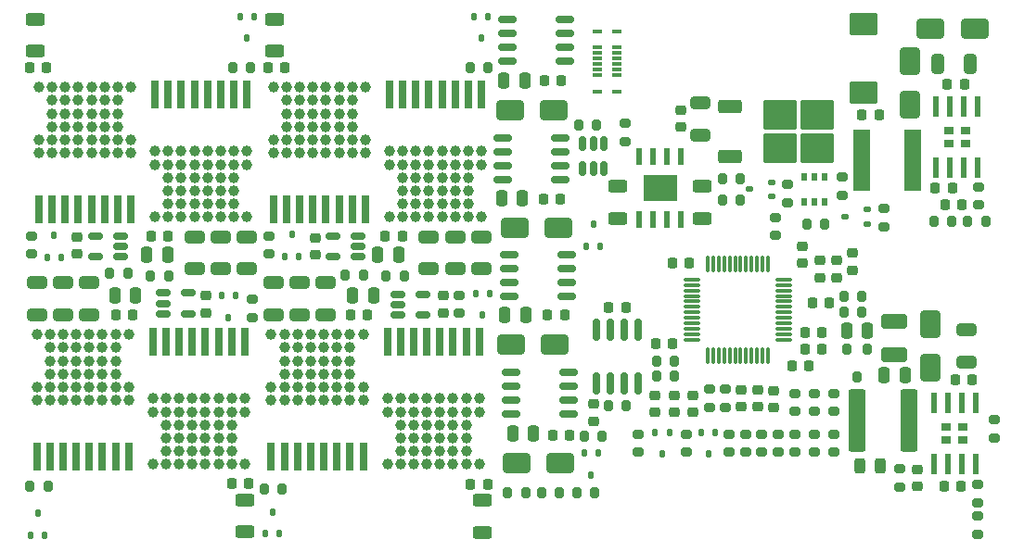
<source format=gtp>
%TF.GenerationSoftware,KiCad,Pcbnew,9.0.2*%
%TF.CreationDate,2025-07-16T05:03:17+03:00*%
%TF.ProjectId,dcesc-ga25,64636573-632d-4676-9132-352e6b696361,rev?*%
%TF.SameCoordinates,Original*%
%TF.FileFunction,Paste,Top*%
%TF.FilePolarity,Positive*%
%FSLAX45Y45*%
G04 Gerber Fmt 4.5, Leading zero omitted, Abs format (unit mm)*
G04 Created by KiCad (PCBNEW 9.0.2) date 2025-07-16 05:03:17*
%MOMM*%
%LPD*%
G01*
G04 APERTURE LIST*
G04 Aperture macros list*
%AMRoundRect*
0 Rectangle with rounded corners*
0 $1 Rounding radius*
0 $2 $3 $4 $5 $6 $7 $8 $9 X,Y pos of 4 corners*
0 Add a 4 corners polygon primitive as box body*
4,1,4,$2,$3,$4,$5,$6,$7,$8,$9,$2,$3,0*
0 Add four circle primitives for the rounded corners*
1,1,$1+$1,$2,$3*
1,1,$1+$1,$4,$5*
1,1,$1+$1,$6,$7*
1,1,$1+$1,$8,$9*
0 Add four rect primitives between the rounded corners*
20,1,$1+$1,$2,$3,$4,$5,0*
20,1,$1+$1,$4,$5,$6,$7,0*
20,1,$1+$1,$6,$7,$8,$9,0*
20,1,$1+$1,$8,$9,$2,$3,0*%
G04 Aperture macros list end*
%ADD10RoundRect,0.112500X0.237500X-0.112500X0.237500X0.112500X-0.237500X0.112500X-0.237500X-0.112500X0*%
%ADD11RoundRect,0.250000X-0.325000X-0.650000X0.325000X-0.650000X0.325000X0.650000X-0.325000X0.650000X0*%
%ADD12RoundRect,0.200000X0.275000X-0.200000X0.275000X0.200000X-0.275000X0.200000X-0.275000X-0.200000X0*%
%ADD13RoundRect,0.250000X0.250000X0.475000X-0.250000X0.475000X-0.250000X-0.475000X0.250000X-0.475000X0*%
%ADD14RoundRect,0.150000X0.675000X0.150000X-0.675000X0.150000X-0.675000X-0.150000X0.675000X-0.150000X0*%
%ADD15RoundRect,0.112500X-0.112500X-0.237500X0.112500X-0.237500X0.112500X0.237500X-0.112500X0.237500X0*%
%ADD16RoundRect,0.200000X0.200000X0.275000X-0.200000X0.275000X-0.200000X-0.275000X0.200000X-0.275000X0*%
%ADD17RoundRect,0.150000X-0.512500X-0.150000X0.512500X-0.150000X0.512500X0.150000X-0.512500X0.150000X0*%
%ADD18RoundRect,0.225000X0.250000X-0.225000X0.250000X0.225000X-0.250000X0.225000X-0.250000X-0.225000X0*%
%ADD19RoundRect,0.200000X-0.275000X0.200000X-0.275000X-0.200000X0.275000X-0.200000X0.275000X0.200000X0*%
%ADD20RoundRect,0.200000X-0.200000X-0.275000X0.200000X-0.275000X0.200000X0.275000X-0.200000X0.275000X0*%
%ADD21RoundRect,0.150000X-0.150000X0.512500X-0.150000X-0.512500X0.150000X-0.512500X0.150000X0.512500X0*%
%ADD22RoundRect,0.250000X0.650000X-1.000000X0.650000X1.000000X-0.650000X1.000000X-0.650000X-1.000000X0*%
%ADD23RoundRect,0.150000X-0.150000X0.825000X-0.150000X-0.825000X0.150000X-0.825000X0.150000X0.825000X0*%
%ADD24RoundRect,0.250000X-1.000000X-0.650000X1.000000X-0.650000X1.000000X0.650000X-1.000000X0.650000X0*%
%ADD25R,0.510000X0.700000*%
%ADD26RoundRect,0.250000X-0.250000X-0.475000X0.250000X-0.475000X0.250000X0.475000X-0.250000X0.475000X0*%
%ADD27RoundRect,0.250000X0.625000X-0.312500X0.625000X0.312500X-0.625000X0.312500X-0.625000X-0.312500X0*%
%ADD28RoundRect,0.225000X-0.250000X0.225000X-0.250000X-0.225000X0.250000X-0.225000X0.250000X0.225000X0*%
%ADD29RoundRect,0.225000X0.225000X0.250000X-0.225000X0.250000X-0.225000X-0.250000X0.225000X-0.250000X0*%
%ADD30RoundRect,0.250000X1.000000X0.650000X-1.000000X0.650000X-1.000000X-0.650000X1.000000X-0.650000X0*%
%ADD31R,0.610000X1.910000*%
%ADD32R,0.930000X0.723000*%
%ADD33RoundRect,0.225000X-0.225000X-0.250000X0.225000X-0.250000X0.225000X0.250000X-0.225000X0.250000X0*%
%ADD34RoundRect,0.250000X-0.650000X0.325000X-0.650000X-0.325000X0.650000X-0.325000X0.650000X0.325000X0*%
%ADD35RoundRect,0.250000X0.550000X2.600000X-0.550000X2.600000X-0.550000X-2.600000X0.550000X-2.600000X0*%
%ADD36RoundRect,0.150000X0.512500X0.150000X-0.512500X0.150000X-0.512500X-0.150000X0.512500X-0.150000X0*%
%ADD37R,0.700000X2.600000*%
%ADD38C,1.000000*%
%ADD39RoundRect,0.250000X0.650000X-0.325000X0.650000X0.325000X-0.650000X0.325000X-0.650000X-0.325000X0*%
%ADD40RoundRect,0.250000X1.045000X-0.785000X1.045000X0.785000X-1.045000X0.785000X-1.045000X-0.785000X0*%
%ADD41RoundRect,0.112500X0.112500X0.237500X-0.112500X0.237500X-0.112500X-0.237500X0.112500X-0.237500X0*%
%ADD42RoundRect,0.250000X-0.625000X0.312500X-0.625000X-0.312500X0.625000X-0.312500X0.625000X0.312500X0*%
%ADD43RoundRect,0.218750X0.256250X-0.218750X0.256250X0.218750X-0.256250X0.218750X-0.256250X-0.218750X0*%
%ADD44R,3.100000X2.400000*%
%ADD45R,0.500000X1.600000*%
%ADD46RoundRect,0.250000X0.945000X-0.420000X0.945000X0.420000X-0.945000X0.420000X-0.945000X-0.420000X0*%
%ADD47R,0.870000X0.300000*%
%ADD48RoundRect,0.243750X-0.243750X-0.456250X0.243750X-0.456250X0.243750X0.456250X-0.243750X0.456250X0*%
%ADD49RoundRect,0.250000X-1.275000X-1.125000X1.275000X-1.125000X1.275000X1.125000X-1.275000X1.125000X0*%
%ADD50RoundRect,0.250000X-0.850000X-0.350000X0.850000X-0.350000X0.850000X0.350000X-0.850000X0.350000X0*%
%ADD51RoundRect,0.075000X0.075000X-0.662500X0.075000X0.662500X-0.075000X0.662500X-0.075000X-0.662500X0*%
%ADD52RoundRect,0.075000X0.662500X-0.075000X0.662500X0.075000X-0.662500X0.075000X-0.662500X-0.075000X0*%
%ADD53RoundRect,0.200000X0.200000X0.300000X-0.200000X0.300000X-0.200000X-0.300000X0.200000X-0.300000X0*%
%ADD54R,1.600000X5.700000*%
G04 APERTURE END LIST*
D10*
%TO.C,T9*%
X17780000Y-7025000D03*
X17780000Y-6895000D03*
X17580000Y-6960000D03*
%TD*%
D11*
%TO.C,C1*%
X18422500Y-5560000D03*
X18717500Y-5560000D03*
%TD*%
D12*
%TO.C,R30*%
X17480000Y-9112500D03*
X17480000Y-8947500D03*
%TD*%
D13*
%TO.C,C51*%
X11395000Y-7310000D03*
X11205000Y-7310000D03*
%TD*%
D14*
%TO.C,U12*%
X15025000Y-5540500D03*
X15025000Y-5413500D03*
X15025000Y-5286500D03*
X15025000Y-5159500D03*
X14500000Y-5159500D03*
X14500000Y-5286500D03*
X14500000Y-5413500D03*
X14500000Y-5540500D03*
%TD*%
D15*
%TO.C,D9*%
X12285000Y-9860000D03*
X12415000Y-9860000D03*
X12350000Y-9660000D03*
%TD*%
D16*
%TO.C,R43*%
X10302500Y-9420000D03*
X10137500Y-9420000D03*
%TD*%
D12*
%TO.C,R31*%
X17300000Y-9112500D03*
X17300000Y-8947500D03*
%TD*%
D17*
%TO.C,U6*%
X13501250Y-7670000D03*
X13501250Y-7765000D03*
X13501250Y-7860000D03*
X13728750Y-7860000D03*
X13728750Y-7670000D03*
%TD*%
D18*
%TO.C,C25*%
X17500000Y-7517500D03*
X17500000Y-7362500D03*
%TD*%
D19*
%TO.C,R2*%
X18800000Y-6687500D03*
X18800000Y-6852500D03*
%TD*%
D20*
%TO.C,R13*%
X17227500Y-7030000D03*
X17392500Y-7030000D03*
%TD*%
D21*
%TO.C,U15*%
X15375000Y-6290000D03*
X15280000Y-6290000D03*
X15185000Y-6290000D03*
X15185000Y-6517500D03*
X15280000Y-6517500D03*
X15375000Y-6517500D03*
%TD*%
D22*
%TO.C,D2*%
X18170000Y-5940000D03*
X18170000Y-5540000D03*
%TD*%
D23*
%TO.C,U14*%
X15690500Y-7992500D03*
X15563500Y-7992500D03*
X15436500Y-7992500D03*
X15309500Y-7992500D03*
X15309500Y-8487500D03*
X15436500Y-8487500D03*
X15563500Y-8487500D03*
X15690500Y-8487500D03*
%TD*%
D24*
%TO.C,D17*%
X14560000Y-7060000D03*
X14960000Y-7060000D03*
%TD*%
D15*
%TO.C,D14*%
X12465000Y-7322500D03*
X12595000Y-7322500D03*
X12530000Y-7122500D03*
%TD*%
D16*
%TO.C,R19*%
X14972500Y-9480000D03*
X14807500Y-9480000D03*
%TD*%
D25*
%TO.C,T11*%
X17205000Y-6826000D03*
X17300000Y-6826000D03*
X17395000Y-6826000D03*
X17395000Y-6594000D03*
X17300000Y-6594000D03*
X17205000Y-6594000D03*
%TD*%
D26*
%TO.C,C50*%
X13085000Y-7680000D03*
X13275000Y-7680000D03*
%TD*%
D27*
%TO.C,R54*%
X12370000Y-5446250D03*
X12370000Y-5153750D03*
%TD*%
D12*
%TO.C,R56*%
X15570000Y-6272500D03*
X15570000Y-6107500D03*
%TD*%
D18*
%TO.C,C15*%
X16080000Y-6140000D03*
X16080000Y-5985000D03*
%TD*%
D28*
%TO.C,C44*%
X16780000Y-8542500D03*
X16780000Y-8697500D03*
%TD*%
D12*
%TO.C,R12*%
X17930000Y-7052500D03*
X17930000Y-6887500D03*
%TD*%
D29*
%TO.C,C21*%
X16157500Y-7380000D03*
X16002500Y-7380000D03*
%TD*%
D30*
%TO.C,D1*%
X18760000Y-5240000D03*
X18360000Y-5240000D03*
%TD*%
D31*
%TO.C,U2*%
X18389500Y-9218000D03*
X18516500Y-9218000D03*
X18643500Y-9218000D03*
X18770500Y-9218000D03*
X18770500Y-8662000D03*
X18643500Y-8662000D03*
X18516500Y-8662000D03*
X18389500Y-8662000D03*
D32*
X18502500Y-9000250D03*
X18657500Y-9000250D03*
X18502500Y-8879750D03*
X18657500Y-8879750D03*
%TD*%
D26*
%TO.C,C13*%
X17595000Y-8000000D03*
X17785000Y-8000000D03*
%TD*%
D29*
%TO.C,C5*%
X18557500Y-6700000D03*
X18402500Y-6700000D03*
%TD*%
D33*
%TO.C,C4*%
X18582500Y-8450250D03*
X18737500Y-8450250D03*
%TD*%
D34*
%TO.C,C62*%
X14260000Y-7142500D03*
X14260000Y-7437500D03*
%TD*%
D16*
%TO.C,R45*%
X12442500Y-9450000D03*
X12277500Y-9450000D03*
%TD*%
D13*
%TO.C,C52*%
X13505000Y-7310000D03*
X13315000Y-7310000D03*
%TD*%
D35*
%TO.C,L2*%
X18160000Y-8820000D03*
X17690000Y-8820000D03*
%TD*%
D27*
%TO.C,R53*%
X10190000Y-5446250D03*
X10190000Y-5153750D03*
%TD*%
D20*
%TO.C,R1*%
X18387500Y-7000000D03*
X18552500Y-7000000D03*
%TD*%
%TO.C,R9*%
X16457500Y-6810000D03*
X16622500Y-6810000D03*
%TD*%
D31*
%TO.C,U1*%
X18409500Y-6508000D03*
X18536500Y-6508000D03*
X18663500Y-6508000D03*
X18790500Y-6508000D03*
X18790500Y-5952000D03*
X18663500Y-5952000D03*
X18536500Y-5952000D03*
X18409500Y-5952000D03*
D32*
X18522500Y-6290250D03*
X18677500Y-6290250D03*
X18522500Y-6169750D03*
X18677500Y-6169750D03*
%TD*%
D36*
%TO.C,U7*%
X10967500Y-7325000D03*
X10967500Y-7230000D03*
X10967500Y-7135000D03*
X10740000Y-7135000D03*
X10740000Y-7325000D03*
%TD*%
D10*
%TO.C,T10*%
X16910000Y-6775000D03*
X16910000Y-6645000D03*
X16710000Y-6710000D03*
%TD*%
D37*
%TO.C,T7*%
X14260000Y-5845000D03*
X14140000Y-5845000D03*
X14020000Y-5845000D03*
X13900000Y-5845000D03*
X13780000Y-5845000D03*
X13660000Y-5845000D03*
X13540000Y-5845000D03*
X13420000Y-5845000D03*
D38*
X14260000Y-6363000D03*
X14140000Y-6363000D03*
X14020000Y-6363000D03*
X13900000Y-6363000D03*
X13780000Y-6363000D03*
X13660000Y-6363000D03*
X13540000Y-6363000D03*
X13420000Y-6363000D03*
X14260000Y-6483000D03*
X14140000Y-6483000D03*
X14020000Y-6483000D03*
X13900000Y-6483000D03*
X13780000Y-6483000D03*
X13660000Y-6483000D03*
X13540000Y-6483000D03*
X13420000Y-6483000D03*
X14140000Y-6603000D03*
X14020000Y-6603000D03*
X13900000Y-6603000D03*
X13780000Y-6603000D03*
X13660000Y-6603000D03*
X13540000Y-6603000D03*
X14140000Y-6723000D03*
X14020000Y-6723000D03*
X13900000Y-6723000D03*
X13780000Y-6723000D03*
X13660000Y-6723000D03*
X13540000Y-6723000D03*
X14140000Y-6843000D03*
X14020000Y-6843000D03*
X13900000Y-6843000D03*
X13780000Y-6843000D03*
X13660000Y-6843000D03*
X13540000Y-6843000D03*
X14260000Y-6963000D03*
X14140000Y-6963000D03*
X14020000Y-6963000D03*
X13900000Y-6963000D03*
X13780000Y-6963000D03*
X13660000Y-6963000D03*
X13540000Y-6963000D03*
X13420000Y-6963000D03*
%TD*%
D33*
%TO.C,C42*%
X17092500Y-8320000D03*
X17247500Y-8320000D03*
%TD*%
D26*
%TO.C,C46*%
X14545000Y-8940000D03*
X14735000Y-8940000D03*
%TD*%
D20*
%TO.C,R42*%
X15857500Y-8280000D03*
X16022500Y-8280000D03*
%TD*%
D39*
%TO.C,C55*%
X10680000Y-7857500D03*
X10680000Y-7562500D03*
%TD*%
D37*
%TO.C,T3*%
X12340000Y-9155000D03*
X12460000Y-9155000D03*
X12580000Y-9155000D03*
X12700000Y-9155000D03*
X12820000Y-9155000D03*
X12940000Y-9155000D03*
X13060000Y-9155000D03*
X13180000Y-9155000D03*
D38*
X12340000Y-8637000D03*
X12460000Y-8637000D03*
X12580000Y-8637000D03*
X12700000Y-8637000D03*
X12820000Y-8637000D03*
X12940000Y-8637000D03*
X13060000Y-8637000D03*
X13180000Y-8637000D03*
X12340000Y-8517000D03*
X12460000Y-8517000D03*
X12580000Y-8517000D03*
X12700000Y-8517000D03*
X12820000Y-8517000D03*
X12940000Y-8517000D03*
X13060000Y-8517000D03*
X13180000Y-8517000D03*
X12460000Y-8397000D03*
X12580000Y-8397000D03*
X12700000Y-8397000D03*
X12820000Y-8397000D03*
X12940000Y-8397000D03*
X13060000Y-8397000D03*
X12460000Y-8277000D03*
X12580000Y-8277000D03*
X12700000Y-8277000D03*
X12820000Y-8277000D03*
X12940000Y-8277000D03*
X13060000Y-8277000D03*
X12460000Y-8157000D03*
X12580000Y-8157000D03*
X12700000Y-8157000D03*
X12820000Y-8157000D03*
X12940000Y-8157000D03*
X13060000Y-8157000D03*
X12340000Y-8037000D03*
X12460000Y-8037000D03*
X12580000Y-8037000D03*
X12700000Y-8037000D03*
X12820000Y-8037000D03*
X12940000Y-8037000D03*
X13060000Y-8037000D03*
X13180000Y-8037000D03*
%TD*%
D16*
%TO.C,R38*%
X13552500Y-7505000D03*
X13387500Y-7505000D03*
%TD*%
D15*
%TO.C,D12*%
X10295000Y-7330000D03*
X10425000Y-7330000D03*
X10360000Y-7130000D03*
%TD*%
D29*
%TO.C,C29*%
X15062500Y-8960000D03*
X14907500Y-8960000D03*
%TD*%
D18*
%TO.C,C35*%
X10570000Y-7297500D03*
X10570000Y-7142500D03*
%TD*%
D19*
%TO.C,R11*%
X17550000Y-6597500D03*
X17550000Y-6762500D03*
%TD*%
D39*
%TO.C,C57*%
X12600000Y-7857500D03*
X12600000Y-7562500D03*
%TD*%
D12*
%TO.C,R44*%
X12170000Y-7882500D03*
X12170000Y-7717500D03*
%TD*%
D16*
%TO.C,R41*%
X16022500Y-8420000D03*
X15857500Y-8420000D03*
%TD*%
D40*
%TO.C,C9*%
X17750000Y-5827000D03*
X17750000Y-5203000D03*
%TD*%
D33*
%TO.C,C37*%
X10922500Y-7860000D03*
X11077500Y-7860000D03*
%TD*%
D41*
%TO.C,D11*%
X12185000Y-5130000D03*
X12055000Y-5130000D03*
X12120000Y-5330000D03*
%TD*%
D22*
%TO.C,D3*%
X18360000Y-8340000D03*
X18360000Y-7940000D03*
%TD*%
D14*
%TO.C,U10*%
X15052500Y-8760500D03*
X15052500Y-8633500D03*
X15052500Y-8506500D03*
X15052500Y-8379500D03*
X14527500Y-8379500D03*
X14527500Y-8506500D03*
X14527500Y-8633500D03*
X14527500Y-8760500D03*
%TD*%
D12*
%TO.C,R27*%
X17480000Y-8742500D03*
X17480000Y-8577500D03*
%TD*%
D37*
%TO.C,T8*%
X12360000Y-6895000D03*
X12480000Y-6895000D03*
X12600000Y-6895000D03*
X12720000Y-6895000D03*
X12840000Y-6895000D03*
X12960000Y-6895000D03*
X13080000Y-6895000D03*
X13200000Y-6895000D03*
D38*
X12360000Y-6377000D03*
X12480000Y-6377000D03*
X12600000Y-6377000D03*
X12720000Y-6377000D03*
X12840000Y-6377000D03*
X12960000Y-6377000D03*
X13080000Y-6377000D03*
X13200000Y-6377000D03*
X12360000Y-6257000D03*
X12480000Y-6257000D03*
X12600000Y-6257000D03*
X12720000Y-6257000D03*
X12840000Y-6257000D03*
X12960000Y-6257000D03*
X13080000Y-6257000D03*
X13200000Y-6257000D03*
X12480000Y-6137000D03*
X12600000Y-6137000D03*
X12720000Y-6137000D03*
X12840000Y-6137000D03*
X12960000Y-6137000D03*
X13080000Y-6137000D03*
X12480000Y-6017000D03*
X12600000Y-6017000D03*
X12720000Y-6017000D03*
X12840000Y-6017000D03*
X12960000Y-6017000D03*
X13080000Y-6017000D03*
X12480000Y-5897000D03*
X12600000Y-5897000D03*
X12720000Y-5897000D03*
X12840000Y-5897000D03*
X12960000Y-5897000D03*
X13080000Y-5897000D03*
X12360000Y-5777000D03*
X12480000Y-5777000D03*
X12600000Y-5777000D03*
X12720000Y-5777000D03*
X12840000Y-5777000D03*
X12960000Y-5777000D03*
X13080000Y-5777000D03*
X13200000Y-5777000D03*
%TD*%
D16*
%TO.C,R37*%
X11402500Y-7500000D03*
X11237500Y-7500000D03*
%TD*%
D34*
%TO.C,C61*%
X11640000Y-7142500D03*
X11640000Y-7437500D03*
%TD*%
D28*
%TO.C,C20*%
X17190000Y-7232500D03*
X17190000Y-7387500D03*
%TD*%
D15*
%TO.C,D7*%
X10145000Y-9870000D03*
X10275000Y-9870000D03*
X10210000Y-9670000D03*
%TD*%
D33*
%TO.C,C69*%
X11982500Y-9400000D03*
X12137500Y-9400000D03*
%TD*%
D28*
%TO.C,C34*%
X13910000Y-7682500D03*
X13910000Y-7837500D03*
%TD*%
D29*
%TO.C,C30*%
X14977500Y-6800000D03*
X14822500Y-6800000D03*
%TD*%
D19*
%TO.C,R50*%
X12320000Y-7137500D03*
X12320000Y-7302500D03*
%TD*%
D28*
%TO.C,C33*%
X11746250Y-7682500D03*
X11746250Y-7837500D03*
%TD*%
D12*
%TO.C,R4*%
X18790000Y-9575000D03*
X18790000Y-9410000D03*
%TD*%
%TO.C,R23*%
X15690000Y-9112500D03*
X15690000Y-8947500D03*
%TD*%
D29*
%TO.C,C31*%
X14987500Y-5720000D03*
X14832500Y-5720000D03*
%TD*%
D18*
%TO.C,C26*%
X17350000Y-7517500D03*
X17350000Y-7362500D03*
%TD*%
D42*
%TO.C,R52*%
X14270000Y-9553750D03*
X14270000Y-9846250D03*
%TD*%
D43*
%TO.C,FB1*%
X17650000Y-7448750D03*
X17650000Y-7291250D03*
%TD*%
D19*
%TO.C,R17*%
X16340000Y-8537500D03*
X16340000Y-8702500D03*
%TD*%
D12*
%TO.C,R5*%
X18940000Y-8982500D03*
X18940000Y-8817500D03*
%TD*%
D19*
%TO.C,R33*%
X16520000Y-8947500D03*
X16520000Y-9112500D03*
%TD*%
D42*
%TO.C,R14*%
X15500000Y-6683750D03*
X15500000Y-6976250D03*
%TD*%
D28*
%TO.C,C18*%
X16630000Y-8542500D03*
X16630000Y-8697500D03*
%TD*%
D33*
%TO.C,C16*%
X15422500Y-7785997D03*
X15577500Y-7785997D03*
%TD*%
D17*
%TO.C,U5*%
X11352500Y-7657500D03*
X11352500Y-7752500D03*
X11352500Y-7847500D03*
X11580000Y-7847500D03*
X11580000Y-7657500D03*
%TD*%
D29*
%TO.C,C72*%
X12467500Y-5600000D03*
X12312500Y-5600000D03*
%TD*%
D26*
%TO.C,C12*%
X17935000Y-8410000D03*
X18125000Y-8410000D03*
%TD*%
D29*
%TO.C,C40*%
X13537500Y-7140000D03*
X13382500Y-7140000D03*
%TD*%
D26*
%TO.C,C48*%
X14465000Y-5720000D03*
X14655000Y-5720000D03*
%TD*%
D37*
%TO.C,T5*%
X12120000Y-5845000D03*
X12000000Y-5845000D03*
X11880000Y-5845000D03*
X11760000Y-5845000D03*
X11640000Y-5845000D03*
X11520000Y-5845000D03*
X11400000Y-5845000D03*
X11280000Y-5845000D03*
D38*
X12120000Y-6363000D03*
X12000000Y-6363000D03*
X11880000Y-6363000D03*
X11760000Y-6363000D03*
X11640000Y-6363000D03*
X11520000Y-6363000D03*
X11400000Y-6363000D03*
X11280000Y-6363000D03*
X12120000Y-6483000D03*
X12000000Y-6483000D03*
X11880000Y-6483000D03*
X11760000Y-6483000D03*
X11640000Y-6483000D03*
X11520000Y-6483000D03*
X11400000Y-6483000D03*
X11280000Y-6483000D03*
X12000000Y-6603000D03*
X11880000Y-6603000D03*
X11760000Y-6603000D03*
X11640000Y-6603000D03*
X11520000Y-6603000D03*
X11400000Y-6603000D03*
X12000000Y-6723000D03*
X11880000Y-6723000D03*
X11760000Y-6723000D03*
X11640000Y-6723000D03*
X11520000Y-6723000D03*
X11400000Y-6723000D03*
X12000000Y-6843000D03*
X11880000Y-6843000D03*
X11760000Y-6843000D03*
X11640000Y-6843000D03*
X11520000Y-6843000D03*
X11400000Y-6843000D03*
X12120000Y-6963000D03*
X12000000Y-6963000D03*
X11880000Y-6963000D03*
X11760000Y-6963000D03*
X11640000Y-6963000D03*
X11520000Y-6963000D03*
X11400000Y-6963000D03*
X11280000Y-6963000D03*
%TD*%
D39*
%TO.C,C54*%
X10440000Y-7857500D03*
X10440000Y-7562500D03*
%TD*%
D12*
%TO.C,R46*%
X14060000Y-7842500D03*
X14060000Y-7677500D03*
%TD*%
D16*
%TO.C,R47*%
X12155000Y-5600000D03*
X11990000Y-5600000D03*
%TD*%
D12*
%TO.C,R26*%
X16820000Y-9112500D03*
X16820000Y-8947500D03*
%TD*%
D34*
%TO.C,C63*%
X14020000Y-7142500D03*
X14020000Y-7437500D03*
%TD*%
D41*
%TO.C,D4*%
X16395000Y-8930000D03*
X16265000Y-8930000D03*
X16330000Y-9130000D03*
%TD*%
D33*
%TO.C,C41*%
X17212500Y-8170000D03*
X17367500Y-8170000D03*
%TD*%
D12*
%TO.C,R25*%
X16970000Y-9112500D03*
X16970000Y-8947500D03*
%TD*%
D39*
%TO.C,C56*%
X12360000Y-7857500D03*
X12360000Y-7562500D03*
%TD*%
D19*
%TO.C,R21*%
X16490000Y-8537500D03*
X16490000Y-8702500D03*
%TD*%
D26*
%TO.C,C45*%
X14475000Y-7860000D03*
X14665000Y-7860000D03*
%TD*%
D24*
%TO.C,D18*%
X14520000Y-5990000D03*
X14920000Y-5990000D03*
%TD*%
D44*
%TO.C,U13*%
X15890000Y-6700000D03*
D45*
X15699500Y-6987500D03*
X15826500Y-6987500D03*
X15953500Y-6987500D03*
X16080500Y-6987500D03*
X16080500Y-6412500D03*
X15953500Y-6412500D03*
X15826500Y-6412500D03*
X15699500Y-6412500D03*
%TD*%
D46*
%TO.C,C11*%
X18030000Y-8224000D03*
X18030000Y-7916000D03*
%TD*%
D39*
%TO.C,C53*%
X10200000Y-7857500D03*
X10200000Y-7562500D03*
%TD*%
D41*
%TO.C,D5*%
X15975000Y-8930000D03*
X15845000Y-8930000D03*
X15910000Y-9130000D03*
%TD*%
D47*
%TO.C,X12*%
X15318500Y-5815000D03*
X15318500Y-5665000D03*
X15318500Y-5615000D03*
X15318500Y-5565000D03*
X15318500Y-5515000D03*
X15318500Y-5465000D03*
X15318500Y-5415000D03*
X15318500Y-5265000D03*
X15491500Y-5265000D03*
X15491500Y-5415000D03*
X15491500Y-5465000D03*
X15491500Y-5515000D03*
X15491500Y-5565000D03*
X15491500Y-5615000D03*
X15491500Y-5665000D03*
X15491500Y-5815000D03*
%TD*%
D26*
%TO.C,C47*%
X14445000Y-6790000D03*
X14635000Y-6790000D03*
%TD*%
D20*
%TO.C,R49*%
X14155000Y-5600000D03*
X14320000Y-5600000D03*
%TD*%
D16*
%TO.C,R18*%
X15292500Y-9480000D03*
X15127500Y-9480000D03*
%TD*%
D48*
%TO.C,D20*%
X17716250Y-9240000D03*
X17903750Y-9240000D03*
%TD*%
D42*
%TO.C,R15*%
X16270000Y-6683750D03*
X16270000Y-6976250D03*
%TD*%
D33*
%TO.C,C10*%
X17732500Y-6030000D03*
X17887500Y-6030000D03*
%TD*%
D16*
%TO.C,R20*%
X14662500Y-9480000D03*
X14497500Y-9480000D03*
%TD*%
D33*
%TO.C,C70*%
X14160000Y-9410000D03*
X14315000Y-9410000D03*
%TD*%
D34*
%TO.C,C60*%
X11880000Y-7142500D03*
X11880000Y-7437500D03*
%TD*%
D29*
%TO.C,C39*%
X11397500Y-7140000D03*
X11242500Y-7140000D03*
%TD*%
D37*
%TO.C,T1*%
X10200000Y-9155000D03*
X10320000Y-9155000D03*
X10440000Y-9155000D03*
X10560000Y-9155000D03*
X10680000Y-9155000D03*
X10800000Y-9155000D03*
X10920000Y-9155000D03*
X11040000Y-9155000D03*
D38*
X10200000Y-8637000D03*
X10320000Y-8637000D03*
X10440000Y-8637000D03*
X10560000Y-8637000D03*
X10680000Y-8637000D03*
X10800000Y-8637000D03*
X10920000Y-8637000D03*
X11040000Y-8637000D03*
X10200000Y-8517000D03*
X10320000Y-8517000D03*
X10440000Y-8517000D03*
X10560000Y-8517000D03*
X10680000Y-8517000D03*
X10800000Y-8517000D03*
X10920000Y-8517000D03*
X11040000Y-8517000D03*
X10320000Y-8397000D03*
X10440000Y-8397000D03*
X10560000Y-8397000D03*
X10680000Y-8397000D03*
X10800000Y-8397000D03*
X10920000Y-8397000D03*
X10320000Y-8277000D03*
X10440000Y-8277000D03*
X10560000Y-8277000D03*
X10680000Y-8277000D03*
X10800000Y-8277000D03*
X10920000Y-8277000D03*
X10320000Y-8157000D03*
X10440000Y-8157000D03*
X10560000Y-8157000D03*
X10680000Y-8157000D03*
X10800000Y-8157000D03*
X10920000Y-8157000D03*
X10200000Y-8037000D03*
X10320000Y-8037000D03*
X10440000Y-8037000D03*
X10560000Y-8037000D03*
X10680000Y-8037000D03*
X10800000Y-8037000D03*
X10920000Y-8037000D03*
X11040000Y-8037000D03*
%TD*%
D33*
%TO.C,C7*%
X18492500Y-6850000D03*
X18647500Y-6850000D03*
%TD*%
D41*
%TO.C,D10*%
X14335000Y-7660000D03*
X14205000Y-7660000D03*
X14270000Y-7860000D03*
%TD*%
D29*
%TO.C,C27*%
X17437500Y-7750000D03*
X17282500Y-7750000D03*
%TD*%
D20*
%TO.C,R36*%
X17567500Y-7830000D03*
X17732500Y-7830000D03*
%TD*%
D33*
%TO.C,C3*%
X18512500Y-5750000D03*
X18667500Y-5750000D03*
%TD*%
%TO.C,C8*%
X18482500Y-9420000D03*
X18637500Y-9420000D03*
%TD*%
D41*
%TO.C,D6*%
X15325000Y-9120000D03*
X15195000Y-9120000D03*
X15260000Y-9320000D03*
%TD*%
D39*
%TO.C,C58*%
X12840000Y-7857500D03*
X12840000Y-7562500D03*
%TD*%
D26*
%TO.C,C49*%
X10915000Y-7680000D03*
X11105000Y-7680000D03*
%TD*%
D29*
%TO.C,C71*%
X10287500Y-5600000D03*
X10132500Y-5600000D03*
%TD*%
D34*
%TO.C,C59*%
X12120000Y-7142500D03*
X12120000Y-7437500D03*
%TD*%
D12*
%TO.C,R29*%
X17120000Y-8742500D03*
X17120000Y-8577500D03*
%TD*%
D15*
%TO.C,D19*%
X15215000Y-7230000D03*
X15345000Y-7230000D03*
X15280000Y-7030000D03*
%TD*%
D24*
%TO.C,D15*%
X14530000Y-8130000D03*
X14930000Y-8130000D03*
%TD*%
D41*
%TO.C,D13*%
X14320000Y-5130000D03*
X14190000Y-5130000D03*
X14255000Y-5330000D03*
%TD*%
D18*
%TO.C,C36*%
X12740000Y-7307500D03*
X12740000Y-7152500D03*
%TD*%
D20*
%TO.C,R55*%
X15145000Y-6120000D03*
X15310000Y-6120000D03*
%TD*%
D49*
%TO.C,T12*%
X16988500Y-6027500D03*
X16988500Y-6332500D03*
X17323500Y-6027500D03*
X17323500Y-6332500D03*
D50*
X16526000Y-5952000D03*
X16526000Y-6408000D03*
%TD*%
D19*
%TO.C,R48*%
X10150000Y-7137500D03*
X10150000Y-7302500D03*
%TD*%
D34*
%TO.C,C64*%
X13780000Y-7142500D03*
X13780000Y-7437500D03*
%TD*%
D42*
%TO.C,R51*%
X12100000Y-9550000D03*
X12100000Y-9842500D03*
%TD*%
D16*
%TO.C,R40*%
X13182500Y-7490000D03*
X13017500Y-7490000D03*
%TD*%
D14*
%TO.C,U11*%
X14982500Y-6620500D03*
X14982500Y-6493500D03*
X14982500Y-6366500D03*
X14982500Y-6239500D03*
X14457500Y-6239500D03*
X14457500Y-6366500D03*
X14457500Y-6493500D03*
X14457500Y-6620500D03*
%TD*%
D37*
%TO.C,T4*%
X14240000Y-8105000D03*
X14120000Y-8105000D03*
X14000000Y-8105000D03*
X13880000Y-8105000D03*
X13760000Y-8105000D03*
X13640000Y-8105000D03*
X13520000Y-8105000D03*
X13400000Y-8105000D03*
D38*
X14240000Y-8623000D03*
X14120000Y-8623000D03*
X14000000Y-8623000D03*
X13880000Y-8623000D03*
X13760000Y-8623000D03*
X13640000Y-8623000D03*
X13520000Y-8623000D03*
X13400000Y-8623000D03*
X14240000Y-8743000D03*
X14120000Y-8743000D03*
X14000000Y-8743000D03*
X13880000Y-8743000D03*
X13760000Y-8743000D03*
X13640000Y-8743000D03*
X13520000Y-8743000D03*
X13400000Y-8743000D03*
X14120000Y-8863000D03*
X14000000Y-8863000D03*
X13880000Y-8863000D03*
X13760000Y-8863000D03*
X13640000Y-8863000D03*
X13520000Y-8863000D03*
X14120000Y-8983000D03*
X14000000Y-8983000D03*
X13880000Y-8983000D03*
X13760000Y-8983000D03*
X13640000Y-8983000D03*
X13520000Y-8983000D03*
X14120000Y-9103000D03*
X14000000Y-9103000D03*
X13880000Y-9103000D03*
X13760000Y-9103000D03*
X13640000Y-9103000D03*
X13520000Y-9103000D03*
X14240000Y-9223000D03*
X14120000Y-9223000D03*
X14000000Y-9223000D03*
X13880000Y-9223000D03*
X13760000Y-9223000D03*
X13640000Y-9223000D03*
X13520000Y-9223000D03*
X13400000Y-9223000D03*
%TD*%
D19*
%TO.C,R6*%
X18790000Y-9697500D03*
X18790000Y-9862500D03*
%TD*%
D36*
%TO.C,U8*%
X13133750Y-7325000D03*
X13133750Y-7230000D03*
X13133750Y-7135000D03*
X12906250Y-7135000D03*
X12906250Y-7325000D03*
%TD*%
D41*
%TO.C,D8*%
X12015000Y-7680000D03*
X11885000Y-7680000D03*
X11950000Y-7880000D03*
%TD*%
D18*
%TO.C,C6*%
X18240000Y-9425000D03*
X18240000Y-9270000D03*
%TD*%
D16*
%TO.C,R39*%
X11032500Y-7480000D03*
X10867500Y-7480000D03*
%TD*%
D12*
%TO.C,R8*%
X17050000Y-6832500D03*
X17050000Y-6667500D03*
%TD*%
%TO.C,R7*%
X16940000Y-7130000D03*
X16940000Y-6965000D03*
%TD*%
D51*
%TO.C,U4*%
X16325000Y-8226250D03*
X16375000Y-8226250D03*
X16425000Y-8226250D03*
X16475000Y-8226250D03*
X16525000Y-8226250D03*
X16575000Y-8226250D03*
X16625000Y-8226250D03*
X16675000Y-8226250D03*
X16725000Y-8226250D03*
X16775000Y-8226250D03*
X16825000Y-8226250D03*
X16875000Y-8226250D03*
D52*
X17016250Y-8085000D03*
X17016250Y-8035000D03*
X17016250Y-7985000D03*
X17016250Y-7935000D03*
X17016250Y-7885000D03*
X17016250Y-7835000D03*
X17016250Y-7785000D03*
X17016250Y-7735000D03*
X17016250Y-7685000D03*
X17016250Y-7635000D03*
X17016250Y-7585000D03*
X17016250Y-7535000D03*
D51*
X16875000Y-7393750D03*
X16825000Y-7393750D03*
X16775000Y-7393750D03*
X16725000Y-7393750D03*
X16675000Y-7393750D03*
X16625000Y-7393750D03*
X16575000Y-7393750D03*
X16525000Y-7393750D03*
X16475000Y-7393750D03*
X16425000Y-7393750D03*
X16375000Y-7393750D03*
X16325000Y-7393750D03*
D52*
X16183750Y-7535000D03*
X16183750Y-7585000D03*
X16183750Y-7635000D03*
X16183750Y-7685000D03*
X16183750Y-7735000D03*
X16183750Y-7785000D03*
X16183750Y-7835000D03*
X16183750Y-7885000D03*
X16183750Y-7935000D03*
X16183750Y-7985000D03*
X16183750Y-8035000D03*
X16183750Y-8085000D03*
%TD*%
D20*
%TO.C,R3*%
X18697500Y-7000000D03*
X18862500Y-7000000D03*
%TD*%
D33*
%TO.C,C43*%
X17212500Y-8020000D03*
X17367500Y-8020000D03*
%TD*%
D12*
%TO.C,R57*%
X18080000Y-9432500D03*
X18080000Y-9267500D03*
%TD*%
D39*
%TO.C,C14*%
X16260000Y-6217500D03*
X16260000Y-5922500D03*
%TD*%
D14*
%TO.C,U9*%
X15040000Y-7690500D03*
X15040000Y-7563500D03*
X15040000Y-7436500D03*
X15040000Y-7309500D03*
X14515000Y-7309500D03*
X14515000Y-7436500D03*
X14515000Y-7563500D03*
X14515000Y-7690500D03*
%TD*%
D28*
%TO.C,C17*%
X15280000Y-8672500D03*
X15280000Y-8827500D03*
%TD*%
D37*
%TO.C,T6*%
X10220000Y-6895000D03*
X10340000Y-6895000D03*
X10460000Y-6895000D03*
X10580000Y-6895000D03*
X10700000Y-6895000D03*
X10820000Y-6895000D03*
X10940000Y-6895000D03*
X11060000Y-6895000D03*
D38*
X10220000Y-6377000D03*
X10340000Y-6377000D03*
X10460000Y-6377000D03*
X10580000Y-6377000D03*
X10700000Y-6377000D03*
X10820000Y-6377000D03*
X10940000Y-6377000D03*
X11060000Y-6377000D03*
X10220000Y-6257000D03*
X10340000Y-6257000D03*
X10460000Y-6257000D03*
X10580000Y-6257000D03*
X10700000Y-6257000D03*
X10820000Y-6257000D03*
X10940000Y-6257000D03*
X11060000Y-6257000D03*
X10340000Y-6137000D03*
X10460000Y-6137000D03*
X10580000Y-6137000D03*
X10700000Y-6137000D03*
X10820000Y-6137000D03*
X10940000Y-6137000D03*
X10340000Y-6017000D03*
X10460000Y-6017000D03*
X10580000Y-6017000D03*
X10700000Y-6017000D03*
X10820000Y-6017000D03*
X10940000Y-6017000D03*
X10340000Y-5897000D03*
X10460000Y-5897000D03*
X10580000Y-5897000D03*
X10700000Y-5897000D03*
X10820000Y-5897000D03*
X10940000Y-5897000D03*
X10220000Y-5777000D03*
X10340000Y-5777000D03*
X10460000Y-5777000D03*
X10580000Y-5777000D03*
X10700000Y-5777000D03*
X10820000Y-5777000D03*
X10940000Y-5777000D03*
X11060000Y-5777000D03*
%TD*%
D28*
%TO.C,C32*%
X16930000Y-8552500D03*
X16930000Y-8707500D03*
%TD*%
D29*
%TO.C,C19*%
X16007500Y-8120000D03*
X15852500Y-8120000D03*
%TD*%
D28*
%TO.C,C22*%
X16190000Y-8592500D03*
X16190000Y-8747500D03*
%TD*%
D12*
%TO.C,R32*%
X17300000Y-8742500D03*
X17300000Y-8577500D03*
%TD*%
D16*
%TO.C,R24*%
X15362500Y-8970000D03*
X15197500Y-8970000D03*
%TD*%
D29*
%TO.C,C28*%
X15017500Y-7860000D03*
X14862500Y-7860000D03*
%TD*%
D24*
%TO.C,D16*%
X14580000Y-9210000D03*
X14980000Y-9210000D03*
%TD*%
D39*
%TO.C,C2*%
X18690000Y-8287500D03*
X18690000Y-7992500D03*
%TD*%
D20*
%TO.C,R10*%
X16457500Y-6610000D03*
X16622500Y-6610000D03*
%TD*%
D53*
%TO.C,U3*%
X17785000Y-8175000D03*
X17595000Y-8175000D03*
X17690000Y-8425000D03*
%TD*%
D12*
%TO.C,R28*%
X17120000Y-9112500D03*
X17120000Y-8947500D03*
%TD*%
D20*
%TO.C,R35*%
X17567500Y-7690000D03*
X17732500Y-7690000D03*
%TD*%
D28*
%TO.C,C23*%
X16020000Y-8592500D03*
X16020000Y-8747500D03*
%TD*%
D12*
%TO.C,R22*%
X16130000Y-9112500D03*
X16130000Y-8947500D03*
%TD*%
D33*
%TO.C,C38*%
X13062500Y-7860000D03*
X13217500Y-7860000D03*
%TD*%
D54*
%TO.C,L1*%
X18200000Y-6440000D03*
X17730000Y-6440000D03*
%TD*%
D28*
%TO.C,C24*%
X15840000Y-8592500D03*
X15840000Y-8747500D03*
%TD*%
D16*
%TO.C,R16*%
X15582500Y-8690000D03*
X15417500Y-8690000D03*
%TD*%
D37*
%TO.C,T2*%
X12100000Y-8105000D03*
X11980000Y-8105000D03*
X11860000Y-8105000D03*
X11740000Y-8105000D03*
X11620000Y-8105000D03*
X11500000Y-8105000D03*
X11380000Y-8105000D03*
X11260000Y-8105000D03*
D38*
X12100000Y-8623000D03*
X11980000Y-8623000D03*
X11860000Y-8623000D03*
X11740000Y-8623000D03*
X11620000Y-8623000D03*
X11500000Y-8623000D03*
X11380000Y-8623000D03*
X11260000Y-8623000D03*
X12100000Y-8743000D03*
X11980000Y-8743000D03*
X11860000Y-8743000D03*
X11740000Y-8743000D03*
X11620000Y-8743000D03*
X11500000Y-8743000D03*
X11380000Y-8743000D03*
X11260000Y-8743000D03*
X11980000Y-8863000D03*
X11860000Y-8863000D03*
X11740000Y-8863000D03*
X11620000Y-8863000D03*
X11500000Y-8863000D03*
X11380000Y-8863000D03*
X11980000Y-8983000D03*
X11860000Y-8983000D03*
X11740000Y-8983000D03*
X11620000Y-8983000D03*
X11500000Y-8983000D03*
X11380000Y-8983000D03*
X11980000Y-9103000D03*
X11860000Y-9103000D03*
X11740000Y-9103000D03*
X11620000Y-9103000D03*
X11500000Y-9103000D03*
X11380000Y-9103000D03*
X12100000Y-9223000D03*
X11980000Y-9223000D03*
X11860000Y-9223000D03*
X11740000Y-9223000D03*
X11620000Y-9223000D03*
X11500000Y-9223000D03*
X11380000Y-9223000D03*
X11260000Y-9223000D03*
%TD*%
D19*
%TO.C,R34*%
X16670000Y-8947500D03*
X16670000Y-9112500D03*
%TD*%
M02*

</source>
